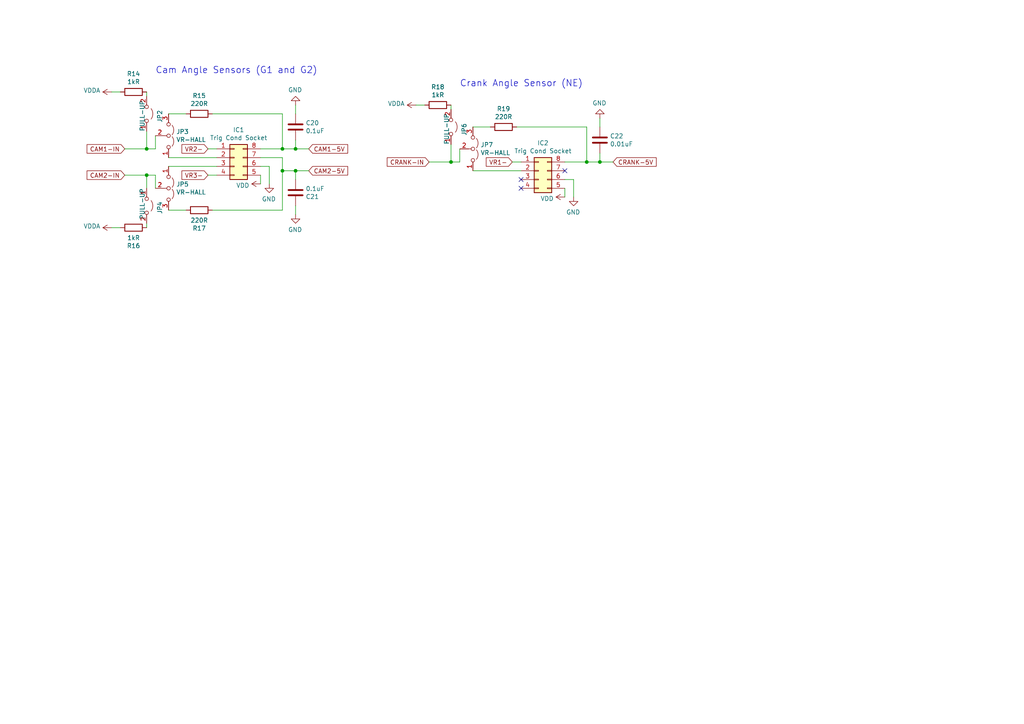
<source format=kicad_sch>
(kicad_sch (version 20211123) (generator eeschema)
  (paper "A4")
  (title_block (title "Speeduino board for Teensy 4.1") (date "2023-01-02") (rev "5") (company "Fontys Eindhoven EXPO group 13 || Speeduino") (comment 1 "Adapted from Speeduino V0.4.4c board"))
  (lib_symbols
    (symbol "Connector_Generic:Conn_02x04_Counter_Clockwise" (pin_names (offset 1.016) hide)
      (property "Reference" "J" (at 1.27 5.08 0))
      (property "Value" "Conn_02x04_Counter_Clockwise" (at 1.27 -7.62 0))
      (symbol "Conn_02x04_Counter_Clockwise_1_1"
        (rectangle (start -1.27 -4.953) (end 0 -5.207) (stroke (width 0.1524)))
        (rectangle (start -1.27 -2.413) (end 0 -2.667) (stroke (width 0.1524)))
        (rectangle (start -1.27 0.127) (end 0 -0.127) (stroke (width 0.1524)))
        (rectangle (start -1.27 2.667) (end 0 2.413) (stroke (width 0.1524)))
        (rectangle (start -1.27 3.81) (end 3.81 -6.35) (stroke (width 0.254)) (fill (type background)))
        (rectangle (start 3.81 -4.953) (end 2.54 -5.207) (stroke (width 0.1524)))
        (rectangle (start 3.81 -2.413) (end 2.54 -2.667) (stroke (width 0.1524)))
        (rectangle (start 3.81 0.127) (end 2.54 -0.127) (stroke (width 0.1524)))
        (rectangle (start 3.81 2.667) (end 2.54 2.413) (stroke (width 0.1524)))
        (pin passive line (at -5.08 2.54 0) (length 3.81) (name "Pin_1") (number "1"))
        (pin passive line (at -5.08 0 0) (length 3.81) (name "Pin_2") (number "2"))
        (pin passive line (at -5.08 -2.54 0) (length 3.81) (name "Pin_3") (number "3"))
        (pin passive line (at -5.08 -5.08 0) (length 3.81) (name "Pin_4") (number "4"))
        (pin passive line (at 7.62 -5.08 180) (length 3.81) (name "Pin_5") (number "5"))
        (pin passive line (at 7.62 -2.54 180) (length 3.81) (name "Pin_6") (number "6"))
        (pin passive line (at 7.62 0 180) (length 3.81) (name "Pin_7") (number "7"))
        (pin passive line (at 7.62 2.54 180) (length 3.81) (name "Pin_8") (number "8"))
      )
    )
    (symbol "Device:C" (pin_numbers hide) (pin_names (offset 0.254))
      (property "Reference" "C" (at 0.635 2.54 0))
      (property "Value" "C" (at 0.635 -2.54 0))
      (symbol "C_0_1"
        (polyline (pts (xy -2.032 -0.762) (xy 2.032 -0.762)) (stroke (width 0.508)))
        (polyline (pts (xy -2.032 0.762) (xy 2.032 0.762)) (stroke (width 0.508)))
      )
      (symbol "C_1_1"
        (pin passive line (at 0 3.81 270) (length 2.794) (name "~") (number "1"))
        (pin passive line (at 0 -3.81 90) (length 2.794) (name "~") (number "2"))
      )
    )
    (symbol "Device:R" (pin_numbers hide) (pin_names (offset 0))
      (property "Reference" "R" (at 2.032 0 90))
      (property "Value" "R" (at 0 0 90))
      (symbol "R_0_1"
        (rectangle (start -1.016 -2.54) (end 1.016 2.54) (stroke (width 0.254)))
      )
      (symbol "R_1_1"
        (pin passive line (at 0 3.81 270) (length 1.27) (name "~") (number "1"))
        (pin passive line (at 0 -3.81 90) (length 1.27) (name "~") (number "2"))
      )
    )
    (symbol "Jumper:Jumper_2_Open" (pin_names (offset 0) hide)
      (property "Reference" "JP" (at 0 2.794 0))
      (property "Value" "Jumper_2_Open" (at 0 -2.286 0))
      (symbol "Jumper_2_Open_0_0"
        (circle (center -2.032 0) (radius 0.508))
        (circle (center 2.032 0) (radius 0.508))
      )
      (symbol "Jumper_2_Open_0_1"
        (arc (start 1.524 1.27) (mid 0 1.778) (end -1.524 1.27))
      )
      (symbol "Jumper_2_Open_1_1"
        (pin passive line (at -5.08 0 0) (length 2.54) (name "A") (number "1"))
        (pin passive line (at 5.08 0 180) (length 2.54) (name "B") (number "2"))
      )
    )
    (symbol "Jumper:Jumper_3_Open" (pin_names (offset 0) hide)
      (property "Reference" "JP" (at -2.54 -2.54 0))
      (property "Value" "Jumper_3_Open" (at 0 2.794 0))
      (symbol "Jumper_3_Open_0_0"
        (circle (center -3.302 0) (radius 0.508))
        (circle (center 0 0) (radius 0.508))
        (circle (center 3.302 0) (radius 0.508))
      )
      (symbol "Jumper_3_Open_0_1"
        (arc (start -0.254 1.016) (mid -1.651 1.4992) (end -3.048 1.016))
        (polyline (pts (xy 0 -0.508) (xy 0 -1.27)))
        (arc (start 3.048 1.016) (mid 1.651 1.4992) (end 0.254 1.016))
      )
      (symbol "Jumper_3_Open_1_1"
        (pin passive line (at -6.35 0 0) (length 2.54) (name "A") (number "1"))
        (pin passive line (at 0 -3.81 90) (length 2.54) (name "C") (number "2"))
        (pin passive line (at 6.35 0 180) (length 2.54) (name "B") (number "3"))
      )
    )
    (symbol "power:GND" (power) (pin_names (offset 0))
      (property "Value" "GND" (at 0 -3.81 0))
      (symbol "GND_0_1"
        (polyline (pts (xy 0 0) (xy 0 -1.27) (xy 1.27 -1.27) (xy 0 -2.54) (xy -1.27 -1.27) (xy 0 -1.27)))
      )
      (symbol "GND_1_1"
        (pin power_in line (at 0 0 270) (length 0) hide (name "GND") (number "1"))
      )
    )
    (symbol "power:VDD" (power) (pin_names (offset 0))
      (property "Value" "VDD" (at 0 3.81 0))
      (symbol "VDD_0_1"
        (polyline (pts (xy -0.762 1.27) (xy 0 2.54)))
        (polyline (pts (xy 0 0) (xy 0 2.54)))
        (polyline (pts (xy 0 2.54) (xy 0.762 1.27)))
      )
      (symbol "VDD_1_1"
        (pin power_in line (at 0 0 90) (length 0) hide (name "VDD") (number "1"))
      )
    )
    (symbol "power:VDDA" (power) (pin_names (offset 0))
      (property "Value" "VDDA" (at 0 3.81 0))
      (symbol "VDDA_0_1"
        (polyline (pts (xy -0.762 1.27) (xy 0 2.54)))
        (polyline (pts (xy 0 0) (xy 0 2.54)))
        (polyline (pts (xy 0 2.54) (xy 0.762 1.27)))
      )
      (symbol "VDDA_1_1"
        (pin power_in line (at 0 0 90) (length 0) hide (name "VDDA") (number "1"))
      )
    )
  )
  (junction (at 170.18 46.99))
  (junction (at 42.545 43.18))
  (junction (at 85.725 49.53))
  (junction (at 42.545 50.8))
  (junction (at 173.99 46.99))
  (junction (at 85.725 43.18))
  (junction (at 130.81 46.99))
  (junction (at 81.915 43.18))
  (junction (at 81.915 49.53))
  (no_connect (at 151.13 52.07))
  (no_connect (at 163.83 49.53))
  (no_connect (at 151.13 54.61))
  (wire (pts (xy 75.565 43.18) (xy 81.915 43.18)))
  (wire (pts (xy 42.545 54.61) (xy 42.545 50.8)))
  (wire (pts (xy 163.83 46.99) (xy 170.18 46.99)))
  (wire (pts (xy 163.83 52.07) (xy 166.37 52.07)))
  (wire (pts (xy 42.545 26.67) (xy 42.545 27.94)))
  (wire (pts (xy 60.325 50.8) (xy 62.865 50.8)))
  (wire (pts (xy 137.16 49.53) (xy 151.13 49.53)))
  (wire (pts (xy 81.915 49.53) (xy 85.725 49.53)))
  (wire (pts (xy 133.35 46.99) (xy 133.35 43.18)))
  (wire (pts (xy 85.725 49.53) (xy 85.725 52.07)))
  (wire (pts (xy 124.46 46.99) (xy 130.81 46.99)))
  (wire (pts (xy 163.83 54.61) (xy 163.83 57.15)))
  (wire (pts (xy 48.895 48.26) (xy 62.865 48.26)))
  (wire (pts (xy 130.81 46.99) (xy 133.35 46.99)))
  (wire (pts (xy 177.8 46.99) (xy 173.99 46.99)))
  (wire (pts (xy 32.385 26.67) (xy 34.925 26.67)))
  (wire (pts (xy 130.81 30.48) (xy 130.81 31.75)))
  (wire (pts (xy 78.105 48.26) (xy 78.105 53.34)))
  (wire (pts (xy 173.99 46.99) (xy 173.99 44.45)))
  (wire (pts (xy 85.725 43.18) (xy 85.725 40.64)))
  (wire (pts (xy 85.725 30.48) (xy 85.725 33.02)))
  (wire (pts (xy 85.725 62.23) (xy 85.725 59.69)))
  (wire (pts (xy 53.975 60.96) (xy 48.895 60.96)))
  (wire (pts (xy 36.195 43.18) (xy 42.545 43.18)))
  (wire (pts (xy 42.545 43.18) (xy 45.085 43.18)))
  (wire (pts (xy 170.18 46.99) (xy 173.99 46.99)))
  (wire (pts (xy 42.545 50.8) (xy 45.085 50.8)))
  (wire (pts (xy 45.085 50.8) (xy 45.085 54.61)))
  (wire (pts (xy 48.895 33.02) (xy 53.975 33.02)))
  (wire (pts (xy 166.37 52.07) (xy 166.37 57.15)))
  (wire (pts (xy 89.535 49.53) (xy 85.725 49.53)))
  (wire (pts (xy 137.16 36.83) (xy 142.24 36.83)))
  (wire (pts (xy 75.565 48.26) (xy 78.105 48.26)))
  (wire (pts (xy 81.915 60.96) (xy 81.915 49.53)))
  (wire (pts (xy 120.65 30.48) (xy 123.19 30.48)))
  (wire (pts (xy 148.59 46.99) (xy 151.13 46.99)))
  (wire (pts (xy 45.085 43.18) (xy 45.085 39.37)))
  (wire (pts (xy 149.86 36.83) (xy 170.18 36.83)))
  (wire (pts (xy 32.385 66.04) (xy 34.925 66.04)))
  (wire (pts (xy 81.915 49.53) (xy 81.915 45.72)))
  (wire (pts (xy 81.915 33.02) (xy 81.915 43.18)))
  (wire (pts (xy 81.915 43.18) (xy 85.725 43.18)))
  (wire (pts (xy 75.565 50.8) (xy 75.565 53.34)))
  (wire (pts (xy 61.595 33.02) (xy 81.915 33.02)))
  (wire (pts (xy 42.545 64.77) (xy 42.545 66.04)))
  (wire (pts (xy 173.99 34.29) (xy 173.99 36.83)))
  (wire (pts (xy 81.915 45.72) (xy 75.565 45.72)))
  (wire (pts (xy 48.895 45.72) (xy 62.865 45.72)))
  (wire (pts (xy 36.195 50.8) (xy 42.545 50.8)))
  (wire (pts (xy 89.535 43.18) (xy 85.725 43.18)))
  (wire (pts (xy 61.595 60.96) (xy 81.915 60.96)))
  (wire (pts (xy 42.545 38.1) (xy 42.545 43.18)))
  (wire (pts (xy 60.325 43.18) (xy 62.865 43.18)))
  (wire (pts (xy 130.81 41.91) (xy 130.81 46.99)))
  (wire (pts (xy 170.18 36.83) (xy 170.18 46.99)))
  (text "Cam Angle Sensors (G1 and G2)" (at 45.085 21.59 0) (effects (font (size 1.8796 1.8796)) (justify left bottom)))
  (text "Crank Angle Sensor (NE)" (at 133.35 25.4 0) (effects (font (size 1.8796 1.8796)) (justify left bottom)))
  (global_label "VR2-" (shape input) (at 60.325 43.18 180) (property "Intersheet References" "${INTERSHEET_REFS}" (effects hide)))
  (global_label "CAM1-5V" (shape input) (at 89.535 43.18 0) (property "Intersheet References" "${INTERSHEET_REFS}" (effects hide)))
  (global_label "CAM1-IN" (shape input) (at 36.195 43.18 180) (property "Intersheet References" "${INTERSHEET_REFS}" (effects hide)))
  (global_label "CRANK-IN" (shape input) (at 124.46 46.99 180) (property "Intersheet References" "${INTERSHEET_REFS}" (effects hide)))
  (global_label "VR3-" (shape input) (at 60.325 50.8 180) (property "Intersheet References" "${INTERSHEET_REFS}" (effects hide)))
  (global_label "CRANK-5V" (shape input) (at 177.8 46.99 0) (property "Intersheet References" "${INTERSHEET_REFS}" (effects hide)))
  (global_label "CAM2-5V" (shape input) (at 89.535 49.53 0) (property "Intersheet References" "${INTERSHEET_REFS}" (effects hide)))
  (global_label "VR1-" (shape input) (at 148.59 46.99 180) (property "Intersheet References" "${INTERSHEET_REFS}" (effects hide)))
  (global_label "CAM2-IN" (shape input) (at 36.195 50.8 180) (property "Intersheet References" "${INTERSHEET_REFS}" (effects hide)))
  (symbol (lib_id "Device:R") (at 146.05 36.83 270) (unit 1)
    (property "Reference" "R19" (at 146.05 31.5722 90))
    (property "Value" "220R" (at 146.05 33.8836 90))
    (property "Footprint" "Resistor_SMD:R_0603_1608Metric" (effects hide))
    (property "Digikey Part Number" "3994459" (effects hide))
    (property "Manufacturer_Name" "Walsin" (effects hide))
    (property "Manufacturer_Part_Number" "MR06X2200FTLV" (effects hide))
    (property "URL" "https://nl.farnell.com/walsin/mr06x2200ftlv/res-220r-1-0-125w-0603-thick-film/dp/3994459" (effects hide))
  )
  (symbol (lib_id "Device:R") (at 127 30.48 270) (unit 1)
    (property "Reference" "R18" (at 127 25.2222 90))
    (property "Value" "1kR" (at 127 27.5336 90))
    (property "Footprint" "Resistor_SMD:R_0402_1005Metric" (effects hide))
    (property "Digikey Part Number" "2502798" (effects hide))
    (property "Manufacturer_Name" "Walsin" (effects hide))
    (property "Manufacturer_Part_Number" "WF04P1001FTL" (effects hide))
    (property "URL" "https://nl.farnell.com/walsin/wf04p1001ftl/res-1k-1-50v-0402-thick-film/dp/2502798" (effects hide))
  )
  (symbol (lib_id "Device:C") (at 173.99 40.64 0) (unit 1)
    (property "Reference" "C22" (at 176.911 39.4716 0) (effects (justify left)))
    (property "Value" "0.01uF" (at 176.911 41.783 0) (effects (justify left)))
    (property "Footprint" "Capacitor_SMD:C_0805_2012Metric" (effects hide))
    (property "Digikey Part Number" "3019937" (effects hide))
    (property "Manufacturer_Name" "Yageo" (effects hide))
    (property "Manufacturer_Part_Number" "CC0805KRX7R9BB103" (effects hide))
    (property "URL" "https://nl.farnell.com/yageo/cc0805krx7r9bb103/cap-0-01-f-50v-10-x7r-0805/dp/3019937" (effects hide))
  )
  (symbol (lib_id "power:GND") (at 173.99 34.29 180) (unit 1)
    (property "Reference" "#PWR0200" (effects hide))
    (property "Value" "GND" (at 173.863 29.8958 0))
  )
  (symbol (lib_id "Jumper:Jumper_2_Open") (at 130.81 36.83 270) (mirror x) (unit 1)
    (property "Reference" "JP6" (at 134.62 39.37 0) (effects (justify left)))
    (property "Value" "PULL-UP" (at 129.54 41.91 0) (effects (justify left)))
    (property "Footprint" "Connector_PinHeader_2.54mm:PinHeader_1x02_P2.54mm_Vertical" (effects hide))
  )
  (symbol (lib_id "Connector_Generic:Conn_02x04_Counter_Clockwise") (at 156.21 49.53 0) (unit 1)
    (property "Reference" "IC2" (at 157.48 41.4782 0))
    (property "Value" "Trig Cond Socket" (at 157.48 43.7896 0))
    (property "Footprint" "Package_DIP:DIP-8_W7.62mm_Socket" (effects hide))
    (property "Digikey Part Number" "1103844" (effects hide))
    (property "Manufacturer_Name" "Multicomp" (effects hide))
    (property "Manufacturer_Part_Number" "2227MC-08-03-18-F1" (effects hide))
    (property "URL" "https://nl.farnell.com/multicomp/2227mc-08-03-18-f1/socket-ic-dil-0-3-8way/dp/1103844" (effects hide))
  )
  (symbol (lib_id "power:VDD") (at 163.83 57.15 90) (mirror x) (unit 1)
    (property "Reference" "#PWR0201" (effects hide))
    (property "Value" "VDD" (at 160.6042 57.6072 90) (effects (justify left)))
  )
  (symbol (lib_id "power:GND") (at 166.37 57.15 0) (mirror y) (unit 1)
    (property "Reference" "#PWR0202" (effects hide))
    (property "Value" "GND" (at 166.243 61.5442 0))
  )
  (symbol (lib_id "Jumper:Jumper_3_Open") (at 137.16 43.18 270) (mirror x) (unit 1)
    (property "Reference" "JP7" (at 139.3698 42.0116 90) (effects (justify left)))
    (property "Value" "VR-HALL" (at 139.3698 44.323 90) (effects (justify left)))
    (property "Footprint" "Connector_PinHeader_2.54mm:PinHeader_1x03_P2.54mm_Vertical" (effects hide))
  )
  (symbol (lib_id "power:VDDA") (at 120.65 30.48 90) (unit 1)
    (property "Reference" "#PWR0203" (effects hide))
    (property "Value" "VDDA" (at 117.3988 30.0482 90) (effects (justify left)))
  )
  (symbol (lib_id "Device:R") (at 57.785 33.02 270) (unit 1)
    (property "Reference" "R15" (at 57.785 27.7622 90))
    (property "Value" "220R" (at 57.785 30.0736 90))
    (property "Footprint" "Resistor_SMD:R_0603_1608Metric" (effects hide))
    (property "Digikey Part Number" "3994459" (effects hide))
    (property "Manufacturer_Name" "Walsin" (effects hide))
    (property "Manufacturer_Part_Number" "MR06X2200FTLV" (effects hide))
    (property "URL" "https://nl.farnell.com/walsin/mr06x2200ftlv/res-220r-1-0-125w-0603-thick-film/dp/3994459" (effects hide))
  )
  (symbol (lib_id "Device:R") (at 38.735 26.67 270) (unit 1)
    (property "Reference" "R14" (at 38.735 21.4122 90))
    (property "Value" "1kR" (at 38.735 23.7236 90))
    (property "Footprint" "Resistor_SMD:R_0402_1005Metric" (effects hide))
    (property "Digikey Part Number" "2502798" (effects hide))
    (property "Manufacturer_Name" "Walsin" (effects hide))
    (property "Manufacturer_Part_Number" "WF04P1001FTL" (effects hide))
    (property "URL" "https://nl.farnell.com/walsin/wf04p1001ftl/res-1k-1-50v-0402-thick-film/dp/2502798" (effects hide))
  )
  (symbol (lib_id "Device:C") (at 85.725 36.83 0) (unit 1)
    (property "Reference" "C20" (at 88.646 35.6616 0) (effects (justify left)))
    (property "Value" "0.1uF" (at 88.646 37.973 0) (effects (justify left)))
    (property "Footprint" "Capacitor_SMD:C_0805_2012Metric" (effects hide))
    (property "Digikey Part Number" "3296136" (effects hide))
    (property "Manufacturer_Name" "Vishay" (effects hide))
    (property "Manufacturer_Part_Number" "VJ0805Y104KXAPW1BC" (effects hide))
    (property "URL" "https://nl.farnell.com/vishay/vj0805y104kxapw1bc/cap-0-1uf-50v-mlcc-0805/dp/3296136" (effects hide))
  )
  (symbol (lib_id "power:GND") (at 85.725 30.48 180) (unit 1)
    (property "Reference" "#PWR0196" (effects hide))
    (property "Value" "GND" (at 85.598 26.0858 0))
  )
  (symbol (lib_id "power:GND") (at 85.725 62.23 0) (mirror y) (unit 1)
    (property "Reference" "#PWR0198" (effects hide))
    (property "Value" "GND" (at 85.598 66.6242 0))
  )
  (symbol (lib_id "Device:C") (at 85.725 55.88 0) (mirror x) (unit 1)
    (property "Reference" "C21" (at 88.646 57.0484 0) (effects (justify left)))
    (property "Value" "0.1uF" (at 88.646 54.737 0) (effects (justify left)))
    (property "Footprint" "Capacitor_SMD:C_0805_2012Metric" (effects hide))
    (property "Digikey Part Number" "3296136" (effects hide))
    (property "Manufacturer_Name" "Vishay" (effects hide))
    (property "Manufacturer_Part_Number" "VJ0805Y104KXAPW1BC" (effects hide))
    (property "URL" "https://nl.farnell.com/vishay/vj0805y104kxapw1bc/cap-0-1uf-50v-mlcc-0805/dp/3296136" (effects hide))
  )
  (symbol (lib_id "Device:R") (at 38.735 66.04 270) (mirror x) (unit 1)
    (property "Reference" "R16" (at 38.735 71.2978 90))
    (property "Value" "1kR" (at 38.735 68.9864 90))
    (property "Footprint" "Resistor_SMD:R_0402_1005Metric" (effects hide))
    (property "Digikey Part Number" "2502798" (effects hide))
    (property "Manufacturer_Name" "Walsin" (effects hide))
    (property "Manufacturer_Part_Number" "WF04P1001FTL" (effects hide))
    (property "URL" "https://nl.farnell.com/walsin/wf04p1001ftl/res-1k-1-50v-0402-thick-film/dp/2502798" (effects hide))
  )
  (symbol (lib_id "Device:R") (at 57.785 60.96 270) (mirror x) (unit 1)
    (property "Reference" "R17" (at 57.785 66.2178 90))
    (property "Value" "220R" (at 57.785 63.9064 90))
    (property "Footprint" "Resistor_SMD:R_0603_1608Metric" (effects hide))
    (property "Digikey Part Number" "3994459" (effects hide))
    (property "Manufacturer_Name" "Walsin" (effects hide))
    (property "Manufacturer_Part_Number" "MR06X2200FTLV" (effects hide))
    (property "URL" "https://nl.farnell.com/walsin/mr06x2200ftlv/res-220r-1-0-125w-0603-thick-film/dp/3994459" (effects hide))
  )
  (symbol (lib_id "Jumper:Jumper_2_Open") (at 42.545 59.69 270) (unit 1)
    (property "Reference" "JP4" (at 46.355 58.42 0) (effects (justify left)))
    (property "Value" "PULL-UP" (at 41.275 54.61 0) (effects (justify left)))
    (property "Footprint" "Connector_PinHeader_2.54mm:PinHeader_1x02_P2.54mm_Vertical" (effects hide))
  )
  (symbol (lib_id "Jumper:Jumper_2_Open") (at 42.545 33.02 270) (mirror x) (unit 1)
    (property "Reference" "JP2" (at 46.355 35.56 0) (effects (justify left)))
    (property "Value" "PULL-UP" (at 41.275 38.1 0) (effects (justify left)))
    (property "Footprint" "Connector_PinHeader_2.54mm:PinHeader_1x02_P2.54mm_Vertical" (effects hide))
  )
  (symbol (lib_id "Connector_Generic:Conn_02x04_Counter_Clockwise") (at 67.945 45.72 0) (unit 1)
    (property "Reference" "IC1" (at 69.215 37.6682 0))
    (property "Value" "Trig Cond Socket" (at 69.215 39.9796 0))
    (property "Footprint" "Package_DIP:DIP-8_W7.62mm_Socket" (effects hide))
    (property "Digikey Part Number" "1103844" (effects hide))
    (property "Manufacturer_Name" "Multicomp" (effects hide))
    (property "Manufacturer_Part_Number" "2227MC-08-03-18-F1" (effects hide))
    (property "URL" "https://nl.farnell.com/multicomp/2227mc-08-03-18-f1/socket-ic-dil-0-3-8way/dp/1103844" (effects hide))
  )
  (symbol (lib_id "power:VDD") (at 75.565 53.34 90) (mirror x) (unit 1)
    (property "Reference" "#PWR0197" (effects hide))
    (property "Value" "VDD" (at 72.3392 53.7972 90) (effects (justify left)))
  )
  (symbol (lib_id "power:GND") (at 78.105 53.34 0) (mirror y) (unit 1)
    (property "Reference" "#PWR0199" (effects hide))
    (property "Value" "GND" (at 77.978 57.7342 0))
  )
  (symbol (lib_id "Jumper:Jumper_3_Open") (at 48.895 39.37 270) (mirror x) (unit 1)
    (property "Reference" "JP3" (at 51.1048 38.2016 90) (effects (justify left)))
    (property "Value" "VR-HALL" (at 51.1048 40.513 90) (effects (justify left)))
    (property "Footprint" "Connector_PinHeader_2.54mm:PinHeader_1x03_P2.54mm_Vertical" (effects hide))
  )
  (symbol (lib_id "Jumper:Jumper_3_Open") (at 48.895 54.61 270) (unit 1)
    (property "Reference" "JP5" (at 51.1048 53.4416 90) (effects (justify left)))
    (property "Value" "VR-HALL" (at 51.1048 55.753 90) (effects (justify left)))
    (property "Footprint" "Connector_PinHeader_2.54mm:PinHeader_1x03_P2.54mm_Vertical" (effects hide))
  )
  (symbol (lib_id "power:VDDA") (at 32.385 26.67 90) (unit 1)
    (property "Reference" "#PWR0205" (effects hide))
    (property "Value" "VDDA" (at 29.1338 26.2382 90) (effects (justify left)))
  )
  (symbol (lib_id "power:VDDA") (at 32.385 66.04 90) (unit 1)
    (property "Reference" "#PWR0204" (effects hide))
    (property "Value" "VDDA" (at 29.1338 65.6082 90) (effects (justify left)))
  )
)
</source>
